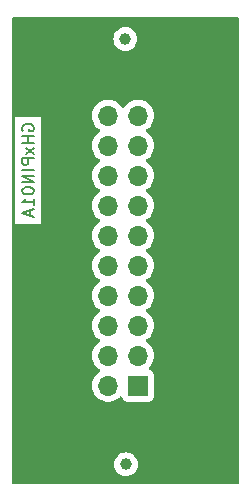
<source format=gbr>
%TF.GenerationSoftware,KiCad,Pcbnew,8.0.6+1*%
%TF.CreationDate,2024-11-07T23:08:08+00:00*%
%TF.ProjectId,GHxPIN01,47487850-494e-4303-912e-6b696361645f,rev?*%
%TF.SameCoordinates,Original*%
%TF.FileFunction,Copper,L2,Bot*%
%TF.FilePolarity,Positive*%
%FSLAX46Y46*%
G04 Gerber Fmt 4.6, Leading zero omitted, Abs format (unit mm)*
G04 Created by KiCad (PCBNEW 8.0.6+1) date 2024-11-07 23:08:08*
%MOMM*%
%LPD*%
G01*
G04 APERTURE LIST*
%ADD10C,0.150000*%
%TA.AperFunction,NonConductor*%
%ADD11C,0.150000*%
%TD*%
%TA.AperFunction,ComponentPad*%
%ADD12C,6.000000*%
%TD*%
%TA.AperFunction,ComponentPad*%
%ADD13R,1.700000X1.700000*%
%TD*%
%TA.AperFunction,ComponentPad*%
%ADD14O,1.700000X1.700000*%
%TD*%
%TA.AperFunction,SMDPad,CuDef*%
%ADD15C,1.000000*%
%TD*%
G04 APERTURE END LIST*
D10*
D11*
X6537438Y35559412D02*
X6489819Y35654650D01*
X6489819Y35654650D02*
X6489819Y35797507D01*
X6489819Y35797507D02*
X6537438Y35940364D01*
X6537438Y35940364D02*
X6632676Y36035602D01*
X6632676Y36035602D02*
X6727914Y36083221D01*
X6727914Y36083221D02*
X6918390Y36130840D01*
X6918390Y36130840D02*
X7061247Y36130840D01*
X7061247Y36130840D02*
X7251723Y36083221D01*
X7251723Y36083221D02*
X7346961Y36035602D01*
X7346961Y36035602D02*
X7442200Y35940364D01*
X7442200Y35940364D02*
X7489819Y35797507D01*
X7489819Y35797507D02*
X7489819Y35702269D01*
X7489819Y35702269D02*
X7442200Y35559412D01*
X7442200Y35559412D02*
X7394580Y35511793D01*
X7394580Y35511793D02*
X7061247Y35511793D01*
X7061247Y35511793D02*
X7061247Y35702269D01*
X7489819Y35083221D02*
X6489819Y35083221D01*
X6966009Y35083221D02*
X6966009Y34511793D01*
X7489819Y34511793D02*
X6489819Y34511793D01*
X7489819Y34130840D02*
X6823152Y33607031D01*
X6823152Y34130840D02*
X7489819Y33607031D01*
X7489819Y33226078D02*
X6489819Y33226078D01*
X6489819Y33226078D02*
X6489819Y32845126D01*
X6489819Y32845126D02*
X6537438Y32749888D01*
X6537438Y32749888D02*
X6585057Y32702269D01*
X6585057Y32702269D02*
X6680295Y32654650D01*
X6680295Y32654650D02*
X6823152Y32654650D01*
X6823152Y32654650D02*
X6918390Y32702269D01*
X6918390Y32702269D02*
X6966009Y32749888D01*
X6966009Y32749888D02*
X7013628Y32845126D01*
X7013628Y32845126D02*
X7013628Y33226078D01*
X7489819Y32226078D02*
X6489819Y32226078D01*
X7489819Y31749888D02*
X6489819Y31749888D01*
X6489819Y31749888D02*
X7489819Y31178460D01*
X7489819Y31178460D02*
X6489819Y31178460D01*
X6489819Y30511793D02*
X6489819Y30416555D01*
X6489819Y30416555D02*
X6537438Y30321317D01*
X6537438Y30321317D02*
X6585057Y30273698D01*
X6585057Y30273698D02*
X6680295Y30226079D01*
X6680295Y30226079D02*
X6870771Y30178460D01*
X6870771Y30178460D02*
X7108866Y30178460D01*
X7108866Y30178460D02*
X7299342Y30226079D01*
X7299342Y30226079D02*
X7394580Y30273698D01*
X7394580Y30273698D02*
X7442200Y30321317D01*
X7442200Y30321317D02*
X7489819Y30416555D01*
X7489819Y30416555D02*
X7489819Y30511793D01*
X7489819Y30511793D02*
X7442200Y30607031D01*
X7442200Y30607031D02*
X7394580Y30654650D01*
X7394580Y30654650D02*
X7299342Y30702269D01*
X7299342Y30702269D02*
X7108866Y30749888D01*
X7108866Y30749888D02*
X6870771Y30749888D01*
X6870771Y30749888D02*
X6680295Y30702269D01*
X6680295Y30702269D02*
X6585057Y30654650D01*
X6585057Y30654650D02*
X6537438Y30607031D01*
X6537438Y30607031D02*
X6489819Y30511793D01*
X7489819Y29226079D02*
X7489819Y29797507D01*
X7489819Y29511793D02*
X6489819Y29511793D01*
X6489819Y29511793D02*
X6632676Y29607031D01*
X6632676Y29607031D02*
X6727914Y29702269D01*
X6727914Y29702269D02*
X6775533Y29797507D01*
X7204104Y28845126D02*
X7204104Y28368936D01*
X7489819Y28940364D02*
X6489819Y28607031D01*
X6489819Y28607031D02*
X7489819Y28273698D01*
D12*
%TO.P,M2,1*%
%TO.N,GND*%
X20320001Y40640000D03*
%TD*%
%TO.P,M4,1*%
%TO.N,GND*%
X20320001Y10160000D03*
%TD*%
%TO.P,M3,1*%
%TO.N,GND*%
X10160001Y10160000D03*
%TD*%
D13*
%TO.P,J7,1*%
%TO.N,Net-(J6-Pad1)*%
X16320000Y13970000D03*
D14*
%TO.P,J7,2*%
X13780000Y13970000D03*
%TO.P,J7,3*%
%TO.N,Net-(J6-Pad2)*%
X16320000Y16510000D03*
%TO.P,J7,4*%
X13780000Y16510000D03*
%TO.P,J7,5*%
%TO.N,Net-(J6-Pad3)*%
X16320000Y19050000D03*
%TO.P,J7,6*%
X13780000Y19050000D03*
%TO.P,J7,7*%
%TO.N,Net-(J6-Pad4)*%
X16320000Y21590000D03*
%TO.P,J7,8*%
X13780000Y21590000D03*
%TO.P,J7,9*%
%TO.N,Net-(J6-Pad5)*%
X16320000Y24130000D03*
%TO.P,J7,10*%
X13780000Y24130000D03*
%TO.P,J7,11*%
%TO.N,Net-(J6-Pad6)*%
X16320000Y26670000D03*
%TO.P,J7,12*%
X13780000Y26670000D03*
%TO.P,J7,13*%
%TO.N,Net-(J6-Pad7)*%
X16320000Y29210000D03*
%TO.P,J7,14*%
X13780000Y29210000D03*
%TO.P,J7,15*%
%TO.N,Net-(J6-Pad8)*%
X16320000Y31750000D03*
%TO.P,J7,16*%
X13780000Y31750000D03*
%TO.P,J7,17*%
%TO.N,Net-(J6-Pad9)*%
X16320000Y34290000D03*
%TO.P,J7,18*%
X13780000Y34290000D03*
%TO.P,J7,19*%
%TO.N,Net-(J6-Pad10)*%
X16320000Y36830000D03*
%TO.P,J7,20*%
X13780000Y36830000D03*
%TD*%
D12*
%TO.P,M1,1*%
%TO.N,GND*%
X10160001Y40640000D03*
%TD*%
D15*
%TO.P,FID2,*%
%TO.N,*%
X15290800Y7315200D03*
%TD*%
%TO.P,FID1,*%
%TO.N,*%
X15240000Y43326400D03*
%TD*%
%TA.AperFunction,Conductor*%
%TO.N,GND*%
G36*
X24845501Y15861217D02*
G01*
X21380000Y15890000D01*
X21400000Y33660000D01*
X24845501Y33671242D01*
X24845501Y15861217D01*
G37*
%TD.AperFunction*%
%TD*%
%TA.AperFunction,Conductor*%
%TO.N,GND*%
G36*
X24788540Y45145815D02*
G01*
X24834295Y45093011D01*
X24845501Y45041500D01*
X24845501Y33671242D01*
X21400000Y33660000D01*
X21380000Y15890000D01*
X24845501Y15861217D01*
X24845501Y5758500D01*
X24825816Y5691461D01*
X24773012Y5645706D01*
X24721501Y5634500D01*
X5758501Y5634500D01*
X5691462Y5654185D01*
X5645707Y5706989D01*
X5634501Y5758500D01*
X5634501Y7315200D01*
X14285459Y7315200D01*
X14304775Y7119071D01*
X14361988Y6930467D01*
X14454886Y6756668D01*
X14454890Y6756661D01*
X14579916Y6604317D01*
X14732260Y6479291D01*
X14732267Y6479287D01*
X14906066Y6386389D01*
X14906069Y6386389D01*
X14906073Y6386386D01*
X15094668Y6329176D01*
X15290800Y6309859D01*
X15486932Y6329176D01*
X15675527Y6386386D01*
X15849338Y6479290D01*
X16001683Y6604317D01*
X16126710Y6756662D01*
X16219614Y6930473D01*
X16276824Y7119068D01*
X16296141Y7315200D01*
X16276824Y7511332D01*
X16219614Y7699927D01*
X16219611Y7699931D01*
X16219611Y7699934D01*
X16126713Y7873733D01*
X16126709Y7873740D01*
X16001683Y8026084D01*
X15849339Y8151110D01*
X15849332Y8151114D01*
X15675533Y8244012D01*
X15675527Y8244014D01*
X15486932Y8301224D01*
X15486929Y8301225D01*
X15290800Y8320541D01*
X15094670Y8301225D01*
X14906066Y8244012D01*
X14732267Y8151114D01*
X14732260Y8151110D01*
X14579916Y8026084D01*
X14454890Y7873740D01*
X14454886Y7873733D01*
X14361988Y7699934D01*
X14304775Y7511330D01*
X14285459Y7315200D01*
X5634501Y7315200D01*
X5634501Y27684342D01*
X5899945Y27684342D01*
X8079562Y27684342D01*
X8079562Y36720665D01*
X5899945Y36720665D01*
X5899945Y27684342D01*
X5634501Y27684342D01*
X5634501Y36830006D01*
X12416844Y36830006D01*
X12416844Y36829995D01*
X12435434Y36605641D01*
X12435436Y36605629D01*
X12490703Y36387386D01*
X12581140Y36181208D01*
X12704276Y35992735D01*
X12704284Y35992724D01*
X12856756Y35827098D01*
X12856760Y35827094D01*
X13034424Y35688811D01*
X13034429Y35688809D01*
X13034431Y35688807D01*
X13070930Y35669054D01*
X13120520Y35619835D01*
X13135628Y35551618D01*
X13111457Y35486063D01*
X13070930Y35450946D01*
X13034431Y35431194D01*
X13034422Y35431188D01*
X12856761Y35292908D01*
X12856756Y35292903D01*
X12704284Y35127277D01*
X12704276Y35127266D01*
X12581140Y34938793D01*
X12490703Y34732615D01*
X12435436Y34514372D01*
X12435434Y34514360D01*
X12416844Y34290006D01*
X12416844Y34289995D01*
X12435434Y34065641D01*
X12435436Y34065629D01*
X12490703Y33847386D01*
X12581140Y33641208D01*
X12704276Y33452735D01*
X12704284Y33452724D01*
X12856756Y33287098D01*
X12856760Y33287094D01*
X13034424Y33148811D01*
X13034429Y33148809D01*
X13034431Y33148807D01*
X13070930Y33129054D01*
X13120520Y33079835D01*
X13135628Y33011618D01*
X13111457Y32946063D01*
X13070930Y32910946D01*
X13034431Y32891194D01*
X13034422Y32891188D01*
X12856761Y32752908D01*
X12856756Y32752903D01*
X12704284Y32587277D01*
X12704276Y32587266D01*
X12581140Y32398793D01*
X12490703Y32192615D01*
X12435436Y31974372D01*
X12435434Y31974360D01*
X12416844Y31750006D01*
X12416844Y31749995D01*
X12435434Y31525641D01*
X12435436Y31525629D01*
X12490703Y31307386D01*
X12581140Y31101208D01*
X12704276Y30912735D01*
X12704284Y30912724D01*
X12856756Y30747098D01*
X12856760Y30747094D01*
X13034424Y30608811D01*
X13034429Y30608809D01*
X13034431Y30608807D01*
X13070930Y30589054D01*
X13120520Y30539835D01*
X13135628Y30471618D01*
X13111457Y30406063D01*
X13070930Y30370946D01*
X13034431Y30351194D01*
X13034422Y30351188D01*
X12856761Y30212908D01*
X12856756Y30212903D01*
X12704284Y30047277D01*
X12704276Y30047266D01*
X12581140Y29858793D01*
X12490703Y29652615D01*
X12435436Y29434372D01*
X12435434Y29434360D01*
X12416844Y29210006D01*
X12416844Y29209995D01*
X12435434Y28985641D01*
X12435436Y28985629D01*
X12490703Y28767386D01*
X12581140Y28561208D01*
X12704276Y28372735D01*
X12704284Y28372724D01*
X12856756Y28207098D01*
X12856760Y28207094D01*
X13034424Y28068811D01*
X13034429Y28068809D01*
X13034431Y28068807D01*
X13070930Y28049054D01*
X13120520Y27999835D01*
X13135628Y27931618D01*
X13111457Y27866063D01*
X13070930Y27830946D01*
X13034431Y27811194D01*
X13034422Y27811188D01*
X12856761Y27672908D01*
X12856756Y27672903D01*
X12704284Y27507277D01*
X12704276Y27507266D01*
X12581140Y27318793D01*
X12490703Y27112615D01*
X12435436Y26894372D01*
X12435434Y26894360D01*
X12416844Y26670006D01*
X12416844Y26669995D01*
X12435434Y26445641D01*
X12435436Y26445629D01*
X12490703Y26227386D01*
X12581140Y26021208D01*
X12704276Y25832735D01*
X12704284Y25832724D01*
X12856756Y25667098D01*
X12856760Y25667094D01*
X13034424Y25528811D01*
X13034429Y25528809D01*
X13034431Y25528807D01*
X13070930Y25509054D01*
X13120520Y25459835D01*
X13135628Y25391618D01*
X13111457Y25326063D01*
X13070930Y25290946D01*
X13034431Y25271194D01*
X13034422Y25271188D01*
X12856761Y25132908D01*
X12856756Y25132903D01*
X12704284Y24967277D01*
X12704276Y24967266D01*
X12581140Y24778793D01*
X12490703Y24572615D01*
X12435436Y24354372D01*
X12435434Y24354360D01*
X12416844Y24130006D01*
X12416844Y24129995D01*
X12435434Y23905641D01*
X12435436Y23905629D01*
X12490703Y23687386D01*
X12581140Y23481208D01*
X12704276Y23292735D01*
X12704284Y23292724D01*
X12856756Y23127098D01*
X12856760Y23127094D01*
X13034424Y22988811D01*
X13034429Y22988809D01*
X13034431Y22988807D01*
X13070930Y22969054D01*
X13120520Y22919835D01*
X13135628Y22851618D01*
X13111457Y22786063D01*
X13070930Y22750946D01*
X13034431Y22731194D01*
X13034422Y22731188D01*
X12856761Y22592908D01*
X12856756Y22592903D01*
X12704284Y22427277D01*
X12704276Y22427266D01*
X12581140Y22238793D01*
X12490703Y22032615D01*
X12435436Y21814372D01*
X12435434Y21814360D01*
X12416844Y21590006D01*
X12416844Y21589995D01*
X12435434Y21365641D01*
X12435436Y21365629D01*
X12490703Y21147386D01*
X12581140Y20941208D01*
X12704276Y20752735D01*
X12704284Y20752724D01*
X12856756Y20587098D01*
X12856760Y20587094D01*
X13034424Y20448811D01*
X13034429Y20448809D01*
X13034431Y20448807D01*
X13070930Y20429054D01*
X13120520Y20379835D01*
X13135628Y20311618D01*
X13111457Y20246063D01*
X13070930Y20210946D01*
X13034431Y20191194D01*
X13034422Y20191188D01*
X12856761Y20052908D01*
X12856756Y20052903D01*
X12704284Y19887277D01*
X12704276Y19887266D01*
X12581140Y19698793D01*
X12490703Y19492615D01*
X12435436Y19274372D01*
X12435434Y19274360D01*
X12416844Y19050006D01*
X12416844Y19049995D01*
X12435434Y18825641D01*
X12435436Y18825629D01*
X12490703Y18607386D01*
X12581140Y18401208D01*
X12704276Y18212735D01*
X12704284Y18212724D01*
X12856756Y18047098D01*
X12856760Y18047094D01*
X13034424Y17908811D01*
X13034429Y17908809D01*
X13034431Y17908807D01*
X13070930Y17889054D01*
X13120520Y17839835D01*
X13135628Y17771618D01*
X13111457Y17706063D01*
X13070930Y17670946D01*
X13034431Y17651194D01*
X13034422Y17651188D01*
X12856761Y17512908D01*
X12856756Y17512903D01*
X12704284Y17347277D01*
X12704276Y17347266D01*
X12581140Y17158793D01*
X12490703Y16952615D01*
X12435436Y16734372D01*
X12435434Y16734360D01*
X12416844Y16510006D01*
X12416844Y16509995D01*
X12435434Y16285641D01*
X12435436Y16285629D01*
X12490703Y16067386D01*
X12581140Y15861208D01*
X12704276Y15672735D01*
X12704284Y15672724D01*
X12849488Y15514993D01*
X12856760Y15507094D01*
X13034424Y15368811D01*
X13034429Y15368809D01*
X13034431Y15368807D01*
X13070930Y15349054D01*
X13120520Y15299835D01*
X13135628Y15231618D01*
X13111457Y15166063D01*
X13070930Y15130946D01*
X13034431Y15111194D01*
X13034422Y15111188D01*
X12856761Y14972908D01*
X12856756Y14972903D01*
X12704284Y14807277D01*
X12704276Y14807266D01*
X12581140Y14618793D01*
X12490703Y14412615D01*
X12435436Y14194372D01*
X12435434Y14194360D01*
X12416844Y13970006D01*
X12416844Y13969995D01*
X12435434Y13745641D01*
X12435436Y13745629D01*
X12490703Y13527386D01*
X12581140Y13321208D01*
X12704276Y13132735D01*
X12704284Y13132724D01*
X12830967Y12995112D01*
X12856760Y12967094D01*
X13034424Y12828811D01*
X13034425Y12828811D01*
X13034427Y12828809D01*
X13161135Y12760239D01*
X13232426Y12721658D01*
X13445365Y12648556D01*
X13667431Y12611500D01*
X13892569Y12611500D01*
X14114635Y12648556D01*
X14327574Y12721658D01*
X14525576Y12828811D01*
X14703240Y12967094D01*
X14766452Y13035761D01*
X14826337Y13071750D01*
X14896175Y13069651D01*
X14953791Y13030127D01*
X14973861Y12995112D01*
X15019111Y12873796D01*
X15106739Y12756739D01*
X15223796Y12669111D01*
X15360799Y12618011D01*
X15388050Y12615082D01*
X15421345Y12611501D01*
X15421362Y12611500D01*
X17218638Y12611500D01*
X17218654Y12611501D01*
X17245692Y12614409D01*
X17279201Y12618011D01*
X17416204Y12669111D01*
X17533261Y12756739D01*
X17620889Y12873796D01*
X17671989Y13010799D01*
X17675591Y13044308D01*
X17678499Y13071346D01*
X17678500Y13071363D01*
X17678500Y14868638D01*
X17678499Y14868655D01*
X17674672Y14904241D01*
X17671989Y14929201D01*
X17620889Y15066204D01*
X17533261Y15183261D01*
X17416204Y15270889D01*
X17298404Y15314828D01*
X17242471Y15356700D01*
X17218055Y15422165D01*
X17232908Y15490438D01*
X17250504Y15514986D01*
X17395722Y15672732D01*
X17518860Y15861209D01*
X17609296Y16067384D01*
X17664564Y16285632D01*
X17683156Y16510000D01*
X17664564Y16734368D01*
X17609296Y16952616D01*
X17518860Y17158791D01*
X17502706Y17183516D01*
X17395723Y17347266D01*
X17395715Y17347277D01*
X17243243Y17512903D01*
X17243238Y17512908D01*
X17065577Y17651188D01*
X17065578Y17651188D01*
X17065576Y17651189D01*
X17029070Y17670945D01*
X16979479Y17720164D01*
X16964371Y17788381D01*
X16988541Y17853936D01*
X17029070Y17889055D01*
X17029084Y17889064D01*
X17065576Y17908811D01*
X17243240Y18047094D01*
X17395722Y18212732D01*
X17518860Y18401209D01*
X17609296Y18607384D01*
X17664564Y18825632D01*
X17683156Y19050000D01*
X17664564Y19274368D01*
X17609296Y19492616D01*
X17518860Y19698791D01*
X17502706Y19723516D01*
X17395723Y19887266D01*
X17395715Y19887277D01*
X17243243Y20052903D01*
X17243238Y20052908D01*
X17065577Y20191188D01*
X17065578Y20191188D01*
X17065576Y20191189D01*
X17029070Y20210945D01*
X16979479Y20260164D01*
X16964371Y20328381D01*
X16988541Y20393936D01*
X17029070Y20429055D01*
X17029084Y20429064D01*
X17065576Y20448811D01*
X17243240Y20587094D01*
X17395722Y20752732D01*
X17518860Y20941209D01*
X17609296Y21147384D01*
X17664564Y21365632D01*
X17683156Y21590000D01*
X17664564Y21814368D01*
X17609296Y22032616D01*
X17518860Y22238791D01*
X17502706Y22263516D01*
X17395723Y22427266D01*
X17395715Y22427277D01*
X17243243Y22592903D01*
X17243238Y22592908D01*
X17065577Y22731188D01*
X17065578Y22731188D01*
X17065576Y22731189D01*
X17029070Y22750945D01*
X16979479Y22800164D01*
X16964371Y22868381D01*
X16988541Y22933936D01*
X17029070Y22969055D01*
X17029084Y22969064D01*
X17065576Y22988811D01*
X17243240Y23127094D01*
X17395722Y23292732D01*
X17518860Y23481209D01*
X17609296Y23687384D01*
X17664564Y23905632D01*
X17683156Y24130000D01*
X17664564Y24354368D01*
X17609296Y24572616D01*
X17518860Y24778791D01*
X17502706Y24803516D01*
X17395723Y24967266D01*
X17395715Y24967277D01*
X17243243Y25132903D01*
X17243238Y25132908D01*
X17065577Y25271188D01*
X17065578Y25271188D01*
X17065576Y25271189D01*
X17029070Y25290945D01*
X16979479Y25340164D01*
X16964371Y25408381D01*
X16988541Y25473936D01*
X17029070Y25509055D01*
X17029084Y25509064D01*
X17065576Y25528811D01*
X17243240Y25667094D01*
X17395722Y25832732D01*
X17518860Y26021209D01*
X17609296Y26227384D01*
X17664564Y26445632D01*
X17683156Y26670000D01*
X17664564Y26894368D01*
X17609296Y27112616D01*
X17518860Y27318791D01*
X17502706Y27343516D01*
X17395723Y27507266D01*
X17395715Y27507277D01*
X17243243Y27672903D01*
X17243238Y27672908D01*
X17065577Y27811188D01*
X17065578Y27811188D01*
X17065576Y27811189D01*
X17029070Y27830945D01*
X16979479Y27880164D01*
X16964371Y27948381D01*
X16988541Y28013936D01*
X17029070Y28049055D01*
X17029084Y28049064D01*
X17065576Y28068811D01*
X17243240Y28207094D01*
X17395722Y28372732D01*
X17518860Y28561209D01*
X17609296Y28767384D01*
X17664564Y28985632D01*
X17683156Y29210000D01*
X17664564Y29434368D01*
X17609296Y29652616D01*
X17518860Y29858791D01*
X17502706Y29883516D01*
X17395723Y30047266D01*
X17395715Y30047277D01*
X17243243Y30212903D01*
X17243238Y30212908D01*
X17065577Y30351188D01*
X17065578Y30351188D01*
X17065576Y30351189D01*
X17029070Y30370945D01*
X16979479Y30420164D01*
X16964371Y30488381D01*
X16988541Y30553936D01*
X17029070Y30589055D01*
X17029084Y30589064D01*
X17065576Y30608811D01*
X17243240Y30747094D01*
X17395722Y30912732D01*
X17518860Y31101209D01*
X17609296Y31307384D01*
X17664564Y31525632D01*
X17683156Y31750000D01*
X17664564Y31974368D01*
X17609296Y32192616D01*
X17518860Y32398791D01*
X17502706Y32423516D01*
X17395723Y32587266D01*
X17395715Y32587277D01*
X17243243Y32752903D01*
X17243238Y32752908D01*
X17065577Y32891188D01*
X17065578Y32891188D01*
X17065576Y32891189D01*
X17029070Y32910945D01*
X16979479Y32960164D01*
X16964371Y33028381D01*
X16988541Y33093936D01*
X17029070Y33129055D01*
X17029084Y33129064D01*
X17065576Y33148811D01*
X17243240Y33287094D01*
X17395722Y33452732D01*
X17518860Y33641209D01*
X17609296Y33847384D01*
X17664564Y34065632D01*
X17683156Y34290000D01*
X17664564Y34514368D01*
X17609296Y34732616D01*
X17518860Y34938791D01*
X17502706Y34963516D01*
X17395723Y35127266D01*
X17395715Y35127277D01*
X17243243Y35292903D01*
X17243238Y35292908D01*
X17065577Y35431188D01*
X17065578Y35431188D01*
X17065576Y35431189D01*
X17029070Y35450945D01*
X16979479Y35500164D01*
X16964371Y35568381D01*
X16988541Y35633936D01*
X17029070Y35669055D01*
X17029084Y35669064D01*
X17065576Y35688811D01*
X17243240Y35827094D01*
X17395722Y35992732D01*
X17518860Y36181209D01*
X17609296Y36387384D01*
X17664564Y36605632D01*
X17683156Y36830000D01*
X17664564Y37054368D01*
X17609296Y37272616D01*
X17518860Y37478791D01*
X17502706Y37503516D01*
X17395723Y37667266D01*
X17395715Y37667277D01*
X17243243Y37832903D01*
X17243238Y37832908D01*
X17065577Y37971188D01*
X17065572Y37971192D01*
X16867580Y38078339D01*
X16867577Y38078341D01*
X16867574Y38078342D01*
X16867571Y38078343D01*
X16867569Y38078344D01*
X16654637Y38151444D01*
X16432569Y38188500D01*
X16207431Y38188500D01*
X15985362Y38151444D01*
X15772430Y38078344D01*
X15772419Y38078339D01*
X15574427Y37971192D01*
X15574422Y37971188D01*
X15396761Y37832908D01*
X15396756Y37832903D01*
X15244284Y37667277D01*
X15244276Y37667266D01*
X15153808Y37528794D01*
X15100662Y37483438D01*
X15031431Y37474014D01*
X14968095Y37503516D01*
X14946192Y37528794D01*
X14855723Y37667266D01*
X14855715Y37667277D01*
X14703243Y37832903D01*
X14703238Y37832908D01*
X14525577Y37971188D01*
X14525572Y37971192D01*
X14327580Y38078339D01*
X14327577Y38078341D01*
X14327574Y38078342D01*
X14327571Y38078343D01*
X14327569Y38078344D01*
X14114637Y38151444D01*
X13892569Y38188500D01*
X13667431Y38188500D01*
X13445362Y38151444D01*
X13232430Y38078344D01*
X13232419Y38078339D01*
X13034427Y37971192D01*
X13034422Y37971188D01*
X12856761Y37832908D01*
X12856756Y37832903D01*
X12704284Y37667277D01*
X12704276Y37667266D01*
X12581140Y37478793D01*
X12490703Y37272615D01*
X12435436Y37054372D01*
X12435434Y37054360D01*
X12416844Y36830006D01*
X5634501Y36830006D01*
X5634501Y43326400D01*
X14234659Y43326400D01*
X14253975Y43130271D01*
X14311188Y42941667D01*
X14404086Y42767868D01*
X14404090Y42767861D01*
X14529116Y42615517D01*
X14681460Y42490491D01*
X14681467Y42490487D01*
X14855266Y42397589D01*
X14855269Y42397589D01*
X14855273Y42397586D01*
X15043868Y42340376D01*
X15240000Y42321059D01*
X15436132Y42340376D01*
X15624727Y42397586D01*
X15798538Y42490490D01*
X15950883Y42615517D01*
X16075910Y42767862D01*
X16168814Y42941673D01*
X16226024Y43130268D01*
X16245341Y43326400D01*
X16226024Y43522532D01*
X16168814Y43711127D01*
X16168811Y43711131D01*
X16168811Y43711134D01*
X16075913Y43884933D01*
X16075909Y43884940D01*
X15950883Y44037284D01*
X15798539Y44162310D01*
X15798532Y44162314D01*
X15624733Y44255212D01*
X15624727Y44255214D01*
X15436132Y44312424D01*
X15436129Y44312425D01*
X15240000Y44331741D01*
X15043870Y44312425D01*
X14855266Y44255212D01*
X14681467Y44162314D01*
X14681460Y44162310D01*
X14529116Y44037284D01*
X14404090Y43884940D01*
X14404086Y43884933D01*
X14311188Y43711134D01*
X14253975Y43522530D01*
X14234659Y43326400D01*
X5634501Y43326400D01*
X5634501Y45041500D01*
X5654186Y45108539D01*
X5706990Y45154294D01*
X5758501Y45165500D01*
X24721501Y45165500D01*
X24788540Y45145815D01*
G37*
%TD.AperFunction*%
%TD*%
M02*

</source>
